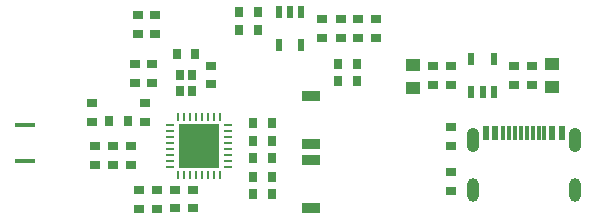
<source format=gbr>
%TF.GenerationSoftware,Altium Limited,Altium Designer,23.11.1 (41)*%
G04 Layer_Color=8421504*
%FSLAX26Y26*%
%MOIN*%
%TF.SameCoordinates,9526E2AF-B100-4743-A6B5-6A4C7E8B4C09*%
%TF.FilePolarity,Positive*%
%TF.FileFunction,Paste,Top*%
%TF.Part,Single*%
G01*
G75*
%TA.AperFunction,SMDPad,CuDef*%
%ADD10R,0.011811X0.045276*%
%ADD11R,0.023622X0.045276*%
%ADD12R,0.035433X0.027559*%
%ADD13R,0.027559X0.035433*%
%ADD14R,0.023622X0.043307*%
%ADD15R,0.051181X0.039370*%
%ADD16R,0.023622X0.043307*%
%ADD17O,0.029528X0.009842*%
%ADD18O,0.009842X0.029528*%
%ADD19R,0.137795X0.149606*%
%ADD20R,0.062992X0.035433*%
%ADD21R,0.029528X0.033465*%
%ADD22R,0.070866X0.015748*%
%TA.AperFunction,ComponentPad*%
%ADD29O,0.041339X0.082677*%
%ADD30O,0.039370X0.078740*%
D10*
X1675197Y289567D02*
D03*
X1694882D02*
D03*
X1714567D02*
D03*
X1812992D02*
D03*
X1793307D02*
D03*
X1773622D02*
D03*
X1734252D02*
D03*
X1753937D02*
D03*
D11*
X1838583D02*
D03*
X1649606D02*
D03*
X1870079D02*
D03*
X1618110D02*
D03*
D12*
X1133858Y608662D02*
D03*
Y670866D02*
D03*
X456693Y622441D02*
D03*
Y684646D02*
D03*
X303150Y389370D02*
D03*
Y327165D02*
D03*
X480315Y389370D02*
D03*
Y327165D02*
D03*
X582677Y39764D02*
D03*
Y101969D02*
D03*
X521654Y100000D02*
D03*
Y37795D02*
D03*
X462598Y100000D02*
D03*
Y37795D02*
D03*
X641732Y101969D02*
D03*
Y39764D02*
D03*
X1442913Y451181D02*
D03*
Y513386D02*
D03*
X1501968Y451181D02*
D03*
Y513386D02*
D03*
X1769685Y513386D02*
D03*
Y451181D02*
D03*
X1710630Y513386D02*
D03*
Y451181D02*
D03*
X433071Y185433D02*
D03*
Y247638D02*
D03*
X314961Y185433D02*
D03*
Y247638D02*
D03*
X374016Y185433D02*
D03*
Y247638D02*
D03*
X1251968Y670866D02*
D03*
Y608662D02*
D03*
X1192913Y670866D02*
D03*
Y608662D02*
D03*
X1072835Y608662D02*
D03*
Y670866D02*
D03*
X515748Y684646D02*
D03*
Y622441D02*
D03*
X700787Y453150D02*
D03*
Y515354D02*
D03*
X446851Y519291D02*
D03*
Y457087D02*
D03*
X505906D02*
D03*
Y519291D02*
D03*
X1500000Y161024D02*
D03*
Y98819D02*
D03*
Y248425D02*
D03*
Y310630D02*
D03*
D13*
X362599Y331102D02*
D03*
X424803D02*
D03*
X905118Y86614D02*
D03*
X842913D02*
D03*
X795669Y694882D02*
D03*
X857874D02*
D03*
X795669Y635827D02*
D03*
X857874D02*
D03*
X1124409Y521653D02*
D03*
X1186614D02*
D03*
Y462598D02*
D03*
X1124409D02*
D03*
X903149Y206693D02*
D03*
X840945D02*
D03*
X842913Y145669D02*
D03*
X905118D02*
D03*
X840945Y324803D02*
D03*
X903149D02*
D03*
X840945Y265748D02*
D03*
X903149D02*
D03*
X649213Y555118D02*
D03*
X587008D02*
D03*
D14*
X1001968Y695866D02*
D03*
X964567D02*
D03*
X927165D02*
D03*
Y583662D02*
D03*
X1001968D02*
D03*
D15*
X1374016Y442126D02*
D03*
Y518504D02*
D03*
X1838582Y444095D02*
D03*
Y520473D02*
D03*
D16*
X1644102Y537402D02*
D03*
Y427166D02*
D03*
X1606701D02*
D03*
X1569299Y537402D02*
D03*
Y427166D02*
D03*
D17*
X564961Y316929D02*
D03*
Y297244D02*
D03*
Y277559D02*
D03*
Y257874D02*
D03*
Y238189D02*
D03*
Y218504D02*
D03*
Y198819D02*
D03*
Y179134D02*
D03*
X757874D02*
D03*
Y198819D02*
D03*
Y218504D02*
D03*
Y238189D02*
D03*
Y257874D02*
D03*
Y277559D02*
D03*
Y297244D02*
D03*
Y316929D02*
D03*
D18*
X592520Y151575D02*
D03*
X612205D02*
D03*
X631890D02*
D03*
X651575D02*
D03*
X671260D02*
D03*
X690945D02*
D03*
X710630D02*
D03*
X730315D02*
D03*
Y344488D02*
D03*
X710630D02*
D03*
X690945D02*
D03*
X671260D02*
D03*
X651575D02*
D03*
X631890D02*
D03*
X612205D02*
D03*
X592520D02*
D03*
D19*
X661417Y248031D02*
D03*
D20*
X1035433Y39370D02*
D03*
Y200787D02*
D03*
Y253937D02*
D03*
Y415354D02*
D03*
D21*
X597441Y430118D02*
D03*
X638779D02*
D03*
X597441Y483268D02*
D03*
X638779D02*
D03*
D22*
X80709Y196850D02*
D03*
Y318898D02*
D03*
D29*
X1914173Y266929D02*
D03*
X1574016D02*
D03*
D30*
X1914173Y102362D02*
D03*
X1574016D02*
D03*
%TF.MD5,107740c13e6abe01346000f357cb7285*%
M02*

</source>
